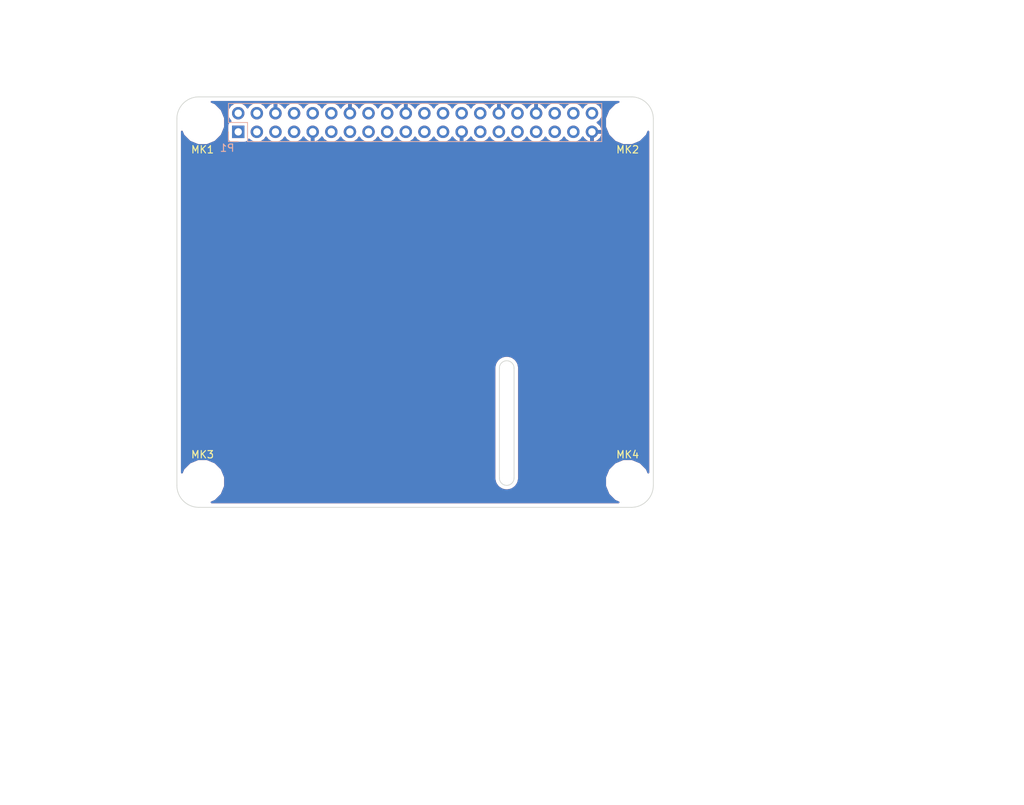
<source format=kicad_pcb>
(kicad_pcb (version 20171130) (host pcbnew "(5.0.0-rc3-dev-2-g101b68b61)")

  (general
    (thickness 1.6)
    (drawings 32)
    (tracks 0)
    (zones 0)
    (modules 5)
    (nets 32)
  )

  (page A3)
  (title_block
    (date "15 nov 2012")
  )

  (layers
    (0 F.Cu signal)
    (31 B.Cu signal)
    (33 F.Adhes user)
    (37 F.SilkS user)
    (39 F.Mask user)
    (40 Dwgs.User user)
    (41 Cmts.User user)
    (42 Eco1.User user)
    (43 Eco2.User user)
    (44 Edge.Cuts user)
    (45 Margin user)
    (46 B.CrtYd user)
    (47 F.CrtYd user)
    (49 F.Fab user)
  )

  (setup
    (last_trace_width 0.2)
    (trace_clearance 0.2)
    (zone_clearance 0.508)
    (zone_45_only no)
    (trace_min 0.1524)
    (segment_width 0.1)
    (edge_width 0.1)
    (via_size 0.9)
    (via_drill 0.6)
    (via_min_size 0.8)
    (via_min_drill 0.5)
    (uvia_size 0.5)
    (uvia_drill 0.1)
    (uvias_allowed no)
    (uvia_min_size 0.5)
    (uvia_min_drill 0.1)
    (pcb_text_width 0.3)
    (pcb_text_size 1 1)
    (mod_edge_width 0.15)
    (mod_text_size 1 1)
    (mod_text_width 0.15)
    (pad_size 2.7 2.7)
    (pad_drill 2.7)
    (pad_to_mask_clearance 0)
    (aux_axis_origin 200 150)
    (grid_origin 200 150)
    (visible_elements 7FFFFFFF)
    (pcbplotparams
      (layerselection 0x00030_80000001)
      (usegerberextensions true)
      (usegerberattributes false)
      (usegerberadvancedattributes false)
      (creategerberjobfile false)
      (excludeedgelayer true)
      (linewidth 0.150000)
      (plotframeref false)
      (viasonmask false)
      (mode 1)
      (useauxorigin false)
      (hpglpennumber 1)
      (hpglpenspeed 20)
      (hpglpendiameter 15.000000)
      (psnegative false)
      (psa4output false)
      (plotreference true)
      (plotvalue true)
      (plotinvisibletext false)
      (padsonsilk false)
      (subtractmaskfromsilk false)
      (outputformat 1)
      (mirror false)
      (drillshape 1)
      (scaleselection 1)
      (outputdirectory ""))
  )

  (net 0 "")
  (net 1 +3V3)
  (net 2 +5V)
  (net 3 GND)
  (net 4 /ID_SD)
  (net 5 /ID_SC)
  (net 6 /GPIO5)
  (net 7 /GPIO6)
  (net 8 /GPIO26)
  (net 9 "/GPIO2(SDA1)")
  (net 10 "/GPIO3(SCL1)")
  (net 11 "/GPIO4(GCLK)")
  (net 12 "/GPIO14(TXD0)")
  (net 13 "/GPIO15(RXD0)")
  (net 14 "/GPIO17(GEN0)")
  (net 15 "/GPIO27(GEN2)")
  (net 16 "/GPIO22(GEN3)")
  (net 17 "/GPIO23(GEN4)")
  (net 18 "/GPIO24(GEN5)")
  (net 19 "/GPIO25(GEN6)")
  (net 20 "/GPIO18(GEN1)(PWM0)")
  (net 21 "/GPIO10(SPI0_MOSI)")
  (net 22 "/GPIO9(SPI0_MISO)")
  (net 23 "/GPIO11(SPI0_SCK)")
  (net 24 "/GPIO8(SPI0_CE_N)")
  (net 25 "/GPIO7(SPI1_CE_N)")
  (net 26 "/GPIO12(PWM0)")
  (net 27 "/GPIO13(PWM1)")
  (net 28 "/GPIO19(SPI1_MISO)")
  (net 29 /GPIO16)
  (net 30 "/GPIO20(SPI1_MOSI)")
  (net 31 "/GPIO21(SPI1_SCK)")

  (net_class Default "This is the default net class."
    (clearance 0.2)
    (trace_width 0.2)
    (via_dia 0.9)
    (via_drill 0.6)
    (uvia_dia 0.5)
    (uvia_drill 0.1)
    (add_net +3V3)
    (add_net +5V)
    (add_net "/GPIO10(SPI0_MOSI)")
    (add_net "/GPIO11(SPI0_SCK)")
    (add_net "/GPIO12(PWM0)")
    (add_net "/GPIO13(PWM1)")
    (add_net "/GPIO14(TXD0)")
    (add_net "/GPIO15(RXD0)")
    (add_net /GPIO16)
    (add_net "/GPIO17(GEN0)")
    (add_net "/GPIO18(GEN1)(PWM0)")
    (add_net "/GPIO19(SPI1_MISO)")
    (add_net "/GPIO2(SDA1)")
    (add_net "/GPIO20(SPI1_MOSI)")
    (add_net "/GPIO21(SPI1_SCK)")
    (add_net "/GPIO22(GEN3)")
    (add_net "/GPIO23(GEN4)")
    (add_net "/GPIO24(GEN5)")
    (add_net "/GPIO25(GEN6)")
    (add_net /GPIO26)
    (add_net "/GPIO27(GEN2)")
    (add_net "/GPIO3(SCL1)")
    (add_net "/GPIO4(GCLK)")
    (add_net /GPIO5)
    (add_net /GPIO6)
    (add_net "/GPIO7(SPI1_CE_N)")
    (add_net "/GPIO8(SPI0_CE_N)")
    (add_net "/GPIO9(SPI0_MISO)")
    (add_net /ID_SC)
    (add_net /ID_SD)
    (add_net GND)
  )

  (net_class Power ""
    (clearance 0.2)
    (trace_width 0.5)
    (via_dia 1)
    (via_drill 0.7)
    (uvia_dia 0.5)
    (uvia_drill 0.1)
  )

  (module Connector_PinSocket_2.54mm:PinSocket_2x20_P2.54mm_Vertical (layer B.Cu) (tedit 5A19A433) (tstamp 5A793E9F)
    (at 208.37 98.77 270)
    (descr "Through hole straight socket strip, 2x20, 2.54mm pitch, double cols (from Kicad 4.0.7), script generated")
    (tags "Through hole socket strip THT 2x20 2.54mm double row")
    (path /59AD464A)
    (fp_text reference P1 (at 2.208 1.512) (layer B.SilkS)
      (effects (font (size 1 1) (thickness 0.15)) (justify mirror))
    )
    (fp_text value Conn_02x20_Odd_Even (at -1.27 -51.03 270) (layer B.Fab)
      (effects (font (size 1 1) (thickness 0.15)) (justify mirror))
    )
    (fp_line (start -3.81 1.27) (end 0.27 1.27) (layer B.Fab) (width 0.1))
    (fp_line (start 0.27 1.27) (end 1.27 0.27) (layer B.Fab) (width 0.1))
    (fp_line (start 1.27 0.27) (end 1.27 -49.53) (layer B.Fab) (width 0.1))
    (fp_line (start 1.27 -49.53) (end -3.81 -49.53) (layer B.Fab) (width 0.1))
    (fp_line (start -3.81 -49.53) (end -3.81 1.27) (layer B.Fab) (width 0.1))
    (fp_line (start -3.87 1.33) (end -1.27 1.33) (layer B.SilkS) (width 0.12))
    (fp_line (start -3.87 1.33) (end -3.87 -49.59) (layer B.SilkS) (width 0.12))
    (fp_line (start -3.87 -49.59) (end 1.33 -49.59) (layer B.SilkS) (width 0.12))
    (fp_line (start 1.33 -1.27) (end 1.33 -49.59) (layer B.SilkS) (width 0.12))
    (fp_line (start -1.27 -1.27) (end 1.33 -1.27) (layer B.SilkS) (width 0.12))
    (fp_line (start -1.27 1.33) (end -1.27 -1.27) (layer B.SilkS) (width 0.12))
    (fp_line (start 1.33 1.33) (end 1.33 0) (layer B.SilkS) (width 0.12))
    (fp_line (start 0 1.33) (end 1.33 1.33) (layer B.SilkS) (width 0.12))
    (fp_line (start -4.34 1.8) (end 1.76 1.8) (layer B.CrtYd) (width 0.05))
    (fp_line (start 1.76 1.8) (end 1.76 -50) (layer B.CrtYd) (width 0.05))
    (fp_line (start 1.76 -50) (end -4.34 -50) (layer B.CrtYd) (width 0.05))
    (fp_line (start -4.34 -50) (end -4.34 1.8) (layer B.CrtYd) (width 0.05))
    (fp_text user %R (at -1.27 -24.13 180) (layer B.Fab)
      (effects (font (size 1 1) (thickness 0.15)) (justify mirror))
    )
    (pad 1 thru_hole rect (at 0 0 270) (size 1.7 1.7) (drill 1) (layers *.Cu *.Mask)
      (net 1 +3V3))
    (pad 2 thru_hole oval (at -2.54 0 270) (size 1.7 1.7) (drill 1) (layers *.Cu *.Mask)
      (net 2 +5V))
    (pad 3 thru_hole oval (at 0 -2.54 270) (size 1.7 1.7) (drill 1) (layers *.Cu *.Mask)
      (net 9 "/GPIO2(SDA1)"))
    (pad 4 thru_hole oval (at -2.54 -2.54 270) (size 1.7 1.7) (drill 1) (layers *.Cu *.Mask)
      (net 2 +5V))
    (pad 5 thru_hole oval (at 0 -5.08 270) (size 1.7 1.7) (drill 1) (layers *.Cu *.Mask)
      (net 10 "/GPIO3(SCL1)"))
    (pad 6 thru_hole oval (at -2.54 -5.08 270) (size 1.7 1.7) (drill 1) (layers *.Cu *.Mask)
      (net 3 GND))
    (pad 7 thru_hole oval (at 0 -7.62 270) (size 1.7 1.7) (drill 1) (layers *.Cu *.Mask)
      (net 11 "/GPIO4(GCLK)"))
    (pad 8 thru_hole oval (at -2.54 -7.62 270) (size 1.7 1.7) (drill 1) (layers *.Cu *.Mask)
      (net 12 "/GPIO14(TXD0)"))
    (pad 9 thru_hole oval (at 0 -10.16 270) (size 1.7 1.7) (drill 1) (layers *.Cu *.Mask)
      (net 3 GND))
    (pad 10 thru_hole oval (at -2.54 -10.16 270) (size 1.7 1.7) (drill 1) (layers *.Cu *.Mask)
      (net 13 "/GPIO15(RXD0)"))
    (pad 11 thru_hole oval (at 0 -12.7 270) (size 1.7 1.7) (drill 1) (layers *.Cu *.Mask)
      (net 14 "/GPIO17(GEN0)"))
    (pad 12 thru_hole oval (at -2.54 -12.7 270) (size 1.7 1.7) (drill 1) (layers *.Cu *.Mask)
      (net 20 "/GPIO18(GEN1)(PWM0)"))
    (pad 13 thru_hole oval (at 0 -15.24 270) (size 1.7 1.7) (drill 1) (layers *.Cu *.Mask)
      (net 15 "/GPIO27(GEN2)"))
    (pad 14 thru_hole oval (at -2.54 -15.24 270) (size 1.7 1.7) (drill 1) (layers *.Cu *.Mask)
      (net 3 GND))
    (pad 15 thru_hole oval (at 0 -17.78 270) (size 1.7 1.7) (drill 1) (layers *.Cu *.Mask)
      (net 16 "/GPIO22(GEN3)"))
    (pad 16 thru_hole oval (at -2.54 -17.78 270) (size 1.7 1.7) (drill 1) (layers *.Cu *.Mask)
      (net 17 "/GPIO23(GEN4)"))
    (pad 17 thru_hole oval (at 0 -20.32 270) (size 1.7 1.7) (drill 1) (layers *.Cu *.Mask)
      (net 1 +3V3))
    (pad 18 thru_hole oval (at -2.54 -20.32 270) (size 1.7 1.7) (drill 1) (layers *.Cu *.Mask)
      (net 18 "/GPIO24(GEN5)"))
    (pad 19 thru_hole oval (at 0 -22.86 270) (size 1.7 1.7) (drill 1) (layers *.Cu *.Mask)
      (net 21 "/GPIO10(SPI0_MOSI)"))
    (pad 20 thru_hole oval (at -2.54 -22.86 270) (size 1.7 1.7) (drill 1) (layers *.Cu *.Mask)
      (net 3 GND))
    (pad 21 thru_hole oval (at 0 -25.4 270) (size 1.7 1.7) (drill 1) (layers *.Cu *.Mask)
      (net 22 "/GPIO9(SPI0_MISO)"))
    (pad 22 thru_hole oval (at -2.54 -25.4 270) (size 1.7 1.7) (drill 1) (layers *.Cu *.Mask)
      (net 19 "/GPIO25(GEN6)"))
    (pad 23 thru_hole oval (at 0 -27.94 270) (size 1.7 1.7) (drill 1) (layers *.Cu *.Mask)
      (net 23 "/GPIO11(SPI0_SCK)"))
    (pad 24 thru_hole oval (at -2.54 -27.94 270) (size 1.7 1.7) (drill 1) (layers *.Cu *.Mask)
      (net 24 "/GPIO8(SPI0_CE_N)"))
    (pad 25 thru_hole oval (at 0 -30.48 270) (size 1.7 1.7) (drill 1) (layers *.Cu *.Mask)
      (net 3 GND))
    (pad 26 thru_hole oval (at -2.54 -30.48 270) (size 1.7 1.7) (drill 1) (layers *.Cu *.Mask)
      (net 25 "/GPIO7(SPI1_CE_N)"))
    (pad 27 thru_hole oval (at 0 -33.02 270) (size 1.7 1.7) (drill 1) (layers *.Cu *.Mask)
      (net 4 /ID_SD))
    (pad 28 thru_hole oval (at -2.54 -33.02 270) (size 1.7 1.7) (drill 1) (layers *.Cu *.Mask)
      (net 5 /ID_SC))
    (pad 29 thru_hole oval (at 0 -35.56 270) (size 1.7 1.7) (drill 1) (layers *.Cu *.Mask)
      (net 6 /GPIO5))
    (pad 30 thru_hole oval (at -2.54 -35.56 270) (size 1.7 1.7) (drill 1) (layers *.Cu *.Mask)
      (net 3 GND))
    (pad 31 thru_hole oval (at 0 -38.1 270) (size 1.7 1.7) (drill 1) (layers *.Cu *.Mask)
      (net 7 /GPIO6))
    (pad 32 thru_hole oval (at -2.54 -38.1 270) (size 1.7 1.7) (drill 1) (layers *.Cu *.Mask)
      (net 26 "/GPIO12(PWM0)"))
    (pad 33 thru_hole oval (at 0 -40.64 270) (size 1.7 1.7) (drill 1) (layers *.Cu *.Mask)
      (net 27 "/GPIO13(PWM1)"))
    (pad 34 thru_hole oval (at -2.54 -40.64 270) (size 1.7 1.7) (drill 1) (layers *.Cu *.Mask)
      (net 3 GND))
    (pad 35 thru_hole oval (at 0 -43.18 270) (size 1.7 1.7) (drill 1) (layers *.Cu *.Mask)
      (net 28 "/GPIO19(SPI1_MISO)"))
    (pad 36 thru_hole oval (at -2.54 -43.18 270) (size 1.7 1.7) (drill 1) (layers *.Cu *.Mask)
      (net 29 /GPIO16))
    (pad 37 thru_hole oval (at 0 -45.72 270) (size 1.7 1.7) (drill 1) (layers *.Cu *.Mask)
      (net 8 /GPIO26))
    (pad 38 thru_hole oval (at -2.54 -45.72 270) (size 1.7 1.7) (drill 1) (layers *.Cu *.Mask)
      (net 30 "/GPIO20(SPI1_MOSI)"))
    (pad 39 thru_hole oval (at 0 -48.26 270) (size 1.7 1.7) (drill 1) (layers *.Cu *.Mask)
      (net 3 GND))
    (pad 40 thru_hole oval (at -2.54 -48.26 270) (size 1.7 1.7) (drill 1) (layers *.Cu *.Mask)
      (net 31 "/GPIO21(SPI1_SCK)"))
    (model ${KISYS3DMOD}/Connector_PinSocket_2.54mm.3dshapes/PinSocket_2x20_P2.54mm_Vertical.wrl
      (at (xyz 0 0 0))
      (scale (xyz 1 1 1))
      (rotate (xyz 0 0 0))
    )
  )

  (module MountingHole:MountingHole_2.7mm_M2.5 (layer F.Cu) (tedit 5B42B571) (tstamp 5A793E98)
    (at 261.5 146.5)
    (descr "Mounting Hole 2.7mm, no annular, M2.5")
    (tags "mounting hole 2.7mm no annular m2.5")
    (path /5834FC4F)
    (attr virtual)
    (fp_text reference MK4 (at 0 -3.7) (layer F.SilkS)
      (effects (font (size 1 1) (thickness 0.15)))
    )
    (fp_text value M2.5 (at 0 3.7) (layer F.Fab)
      (effects (font (size 1 1) (thickness 0.15)))
    )
    (fp_circle (center 0 0) (end 2.95 0) (layer F.CrtYd) (width 0.05))
    (fp_circle (center 0 0) (end 2.7 0) (layer Cmts.User) (width 0.15))
    (fp_text user %R (at 0.3 0) (layer F.Fab)
      (effects (font (size 1 1) (thickness 0.15)))
    )
    (pad "" np_thru_hole circle (at 0 0) (size 2.7 2.7) (drill 2.7) (layers *.Cu *.Mask)
      (clearance 1.6))
  )

  (module MountingHole:MountingHole_2.7mm_M2.5 (layer F.Cu) (tedit 5B42B569) (tstamp 5A793E91)
    (at 203.5 146.5)
    (descr "Mounting Hole 2.7mm, no annular, M2.5")
    (tags "mounting hole 2.7mm no annular m2.5")
    (path /5834FBEF)
    (attr virtual)
    (fp_text reference MK3 (at 0 -3.7) (layer F.SilkS)
      (effects (font (size 1 1) (thickness 0.15)))
    )
    (fp_text value M2.5 (at 0 3.7) (layer F.Fab)
      (effects (font (size 1 1) (thickness 0.15)))
    )
    (fp_text user %R (at 0.3 0) (layer F.Fab)
      (effects (font (size 1 1) (thickness 0.15)))
    )
    (fp_circle (center 0 0) (end 2.7 0) (layer Cmts.User) (width 0.15))
    (fp_circle (center 0 0) (end 2.95 0) (layer F.CrtYd) (width 0.05))
    (pad "" np_thru_hole circle (at 0 0) (size 2.7 2.7) (drill 2.7) (layers *.Cu *.Mask)
      (clearance 1.6))
  )

  (module MountingHole:MountingHole_2.7mm_M2.5 (layer F.Cu) (tedit 5B42B560) (tstamp 5A793E8A)
    (at 261.5 97.5 180)
    (descr "Mounting Hole 2.7mm, no annular, M2.5")
    (tags "mounting hole 2.7mm no annular m2.5")
    (path /5834FC19)
    (attr virtual)
    (fp_text reference MK2 (at 0 -3.7 180) (layer F.SilkS)
      (effects (font (size 1 1) (thickness 0.15)))
    )
    (fp_text value M2.5 (at 0 3.7 180) (layer F.Fab)
      (effects (font (size 1 1) (thickness 0.15)))
    )
    (fp_circle (center 0 0) (end 2.95 0) (layer F.CrtYd) (width 0.05))
    (fp_circle (center 0 0) (end 2.7 0) (layer Cmts.User) (width 0.15))
    (fp_text user %R (at 0.3 0 180) (layer F.Fab)
      (effects (font (size 1 1) (thickness 0.15)))
    )
    (pad "" np_thru_hole circle (at 0 0 180) (size 2.7 2.7) (drill 2.7) (layers *.Cu *.Mask)
      (clearance 1.6))
  )

  (module MountingHole:MountingHole_2.7mm_M2.5 (layer F.Cu) (tedit 5B42B552) (tstamp 5A793E83)
    (at 203.5 97.5 180)
    (descr "Mounting Hole 2.7mm, no annular, M2.5")
    (tags "mounting hole 2.7mm no annular m2.5")
    (path /5834FB2E)
    (attr virtual)
    (fp_text reference MK1 (at 0 -3.7 180) (layer F.SilkS)
      (effects (font (size 1 1) (thickness 0.15)))
    )
    (fp_text value M2.5 (at 0 3.7 180) (layer F.Fab)
      (effects (font (size 1 1) (thickness 0.15)))
    )
    (fp_text user %R (at 0.3 0 180) (layer F.Fab)
      (effects (font (size 1 1) (thickness 0.15)))
    )
    (fp_circle (center 0 0) (end 2.7 0) (layer Cmts.User) (width 0.15))
    (fp_circle (center 0 0) (end 2.95 0) (layer F.CrtYd) (width 0.05))
    (pad "" np_thru_hole circle (at 0 0 180) (size 2.7 2.7) (drill 2.7) (layers *.Cu *.Mask)
      (clearance 1.6))
  )

  (gr_line (start 244 146) (end 244 131) (layer Edge.Cuts) (width 0.1))
  (gr_line (start 246 131) (end 246 146) (layer Edge.Cuts) (width 0.1))
  (gr_arc (start 245 131) (end 244 131) (angle 180) (layer Edge.Cuts) (width 0.1))
  (gr_arc (start 245 146) (end 246 146) (angle 180) (layer Edge.Cuts) (width 0.1))
  (gr_line (start 200 113) (end 200 131) (layer Dwgs.User) (width 0.1))
  (gr_line (start 200 97) (end 200 130.95) (layer Edge.Cuts) (width 0.1))
  (gr_text DISPLAY (at 202.5 122 90) (layer Dwgs.User) (tstamp 580CBBFF)
    (effects (font (size 1 1) (thickness 0.15)))
  )
  (gr_text CAMERA (at 245 139 90) (layer Dwgs.User)
    (effects (font (size 1 1) (thickness 0.15)))
  )
  (gr_text RJ45 (at 276.2 139.84) (layer Dwgs.User) (tstamp 580CBBEB)
    (effects (font (size 2 2) (thickness 0.15)))
  )
  (gr_text USB (at 277.724 121.552) (layer Dwgs.User) (tstamp 580CBBE9)
    (effects (font (size 2 2) (thickness 0.15)))
  )
  (gr_text USB (at 278.232 102.248) (layer Dwgs.User)
    (effects (font (size 2 2) (thickness 0.15)))
  )
  (gr_arc (start 262 97) (end 262 94) (angle 90) (layer Edge.Cuts) (width 0.1))
  (gr_arc (start 262 147) (end 265 147) (angle 90) (layer Edge.Cuts) (width 0.1))
  (gr_arc (start 203 147) (end 203 150) (angle 90) (layer Edge.Cuts) (width 0.1))
  (gr_arc (start 203 97) (end 200 97) (angle 90) (layer Edge.Cuts) (width 0.1))
  (gr_line (start 269.9 114.45) (end 287 114.45) (layer Dwgs.User) (width 0.1))
  (gr_line (start 262 94) (end 203 94) (layer Edge.Cuts) (width 0.1))
  (gr_line (start 269.9 127.55) (end 269.9 114.45) (layer Dwgs.User) (width 0.1))
  (gr_line (start 287 127.55) (end 269.9 127.55) (layer Dwgs.User) (width 0.1))
  (gr_line (start 287 114.45) (end 287 127.55) (layer Dwgs.User) (width 0.1))
  (gr_line (start 266 147.675) (end 266 131.825) (layer Dwgs.User) (width 0.1))
  (gr_line (start 287 147.675) (end 266 147.675) (layer Dwgs.User) (width 0.1))
  (gr_line (start 287 131.825) (end 287 147.675) (layer Dwgs.User) (width 0.1))
  (gr_line (start 266 131.825) (end 287 131.825) (layer Dwgs.User) (width 0.1))
  (gr_line (start 265 147) (end 265 97) (layer Edge.Cuts) (width 0.1))
  (gr_line (start 203 150) (end 262 150) (layer Edge.Cuts) (width 0.1))
  (gr_line (start 200 131) (end 200 147) (layer Edge.Cuts) (width 0.1))
  (gr_line (start 269.9 109.455925) (end 269.9 96.355925) (layer Dwgs.User) (width 0.1))
  (gr_line (start 287 109.455925) (end 269.9 109.455925) (layer Dwgs.User) (width 0.1))
  (gr_line (start 287 96.355925) (end 287 109.455925) (layer Dwgs.User) (width 0.1))
  (gr_line (start 269.9 96.355925) (end 287 96.355925) (layer Dwgs.User) (width 0.1))
  (gr_text "RASPBERRY-PI 40-PIN ADDON BOARD\nVIEW FROM TOP\nNOTE: P1 SHOULD BE FITTED ON THE REVERSE OF THE BOARD\n\nADD EDGE CUTS FROM CAMERA AND DISPLAY PORTS AS REQUIRED" (at 200 160.16) (layer Dwgs.User)
    (effects (font (size 2 1.7) (thickness 0.12)) (justify left))
  )

  (zone (net 3) (net_name GND) (layer F.Cu) (tstamp 0) (hatch edge 0.508)
    (connect_pads (clearance 0.508))
    (min_thickness 0.254)
    (fill yes (arc_segments 16) (thermal_gap 0.508) (thermal_bridge_width 0.508))
    (polygon
      (pts
        (xy 190.475 85.865) (xy 293.98 87.77) (xy 297.79 182.385) (xy 186.03 178.575)
      )
    )
    (filled_polygon
      (pts
        (xy 259.75702 94.891445) (xy 258.891445 95.75702) (xy 258.423 96.887947) (xy 258.423 98.112053) (xy 258.891445 99.24298)
        (xy 259.75702 100.108555) (xy 260.887947 100.577) (xy 262.112053 100.577) (xy 263.24298 100.108555) (xy 264.108555 99.24298)
        (xy 264.315001 98.744575) (xy 264.315 145.255423) (xy 264.108555 144.75702) (xy 263.24298 143.891445) (xy 262.112053 143.423)
        (xy 260.887947 143.423) (xy 259.75702 143.891445) (xy 258.891445 144.75702) (xy 258.423 145.887947) (xy 258.423 147.112053)
        (xy 258.891445 148.24298) (xy 259.75702 149.108555) (xy 260.255423 149.315) (xy 204.744577 149.315) (xy 205.24298 149.108555)
        (xy 206.108555 148.24298) (xy 206.577 147.112053) (xy 206.577 146.067461) (xy 243.315 146.067461) (xy 243.328162 146.133631)
        (xy 243.328162 146.133636) (xy 243.404282 146.516319) (xy 243.455534 146.640052) (xy 243.506563 146.763248) (xy 243.723336 147.087672)
        (xy 243.912328 147.276664) (xy 244.236751 147.493437) (xy 244.290876 147.515856) (xy 244.483681 147.595718) (xy 244.866364 147.671838)
        (xy 245.133636 147.671838) (xy 245.516319 147.595718) (xy 245.763248 147.493437) (xy 245.763249 147.493436) (xy 246.087672 147.276664)
        (xy 246.276664 147.087672) (xy 246.493437 146.763249) (xy 246.550942 146.624419) (xy 246.595718 146.516319) (xy 246.671838 146.133636)
        (xy 246.671838 146.133632) (xy 246.685 146.067462) (xy 246.685 130.932538) (xy 246.671838 130.866368) (xy 246.671838 130.866364)
        (xy 246.595718 130.483681) (xy 246.493437 130.236752) (xy 246.493437 130.236751) (xy 246.276664 129.912328) (xy 246.087672 129.723336)
        (xy 245.763248 129.506563) (xy 245.516319 129.404282) (xy 245.133636 129.328162) (xy 244.866364 129.328162) (xy 244.483681 129.404282)
        (xy 244.339032 129.464197) (xy 244.236751 129.506563) (xy 243.912328 129.723336) (xy 243.723336 129.912328) (xy 243.506564 130.236751)
        (xy 243.506563 130.236752) (xy 243.404282 130.483681) (xy 243.328162 130.866364) (xy 243.328162 130.866373) (xy 243.315001 130.932538)
        (xy 243.315 146.067461) (xy 206.577 146.067461) (xy 206.577 145.887947) (xy 206.108555 144.75702) (xy 205.24298 143.891445)
        (xy 204.112053 143.423) (xy 202.887947 143.423) (xy 201.75702 143.891445) (xy 200.891445 144.75702) (xy 200.685 145.255423)
        (xy 200.685 98.744577) (xy 200.891445 99.24298) (xy 201.75702 100.108555) (xy 202.887947 100.577) (xy 204.112053 100.577)
        (xy 205.24298 100.108555) (xy 206.108555 99.24298) (xy 206.577 98.112053) (xy 206.577 96.887947) (xy 206.30447 96.23)
        (xy 206.855908 96.23) (xy 206.971161 96.809418) (xy 207.299375 97.300625) (xy 207.317619 97.312816) (xy 207.272235 97.321843)
        (xy 207.062191 97.462191) (xy 206.921843 97.672235) (xy 206.87256 97.92) (xy 206.87256 99.62) (xy 206.921843 99.867765)
        (xy 207.062191 100.077809) (xy 207.272235 100.218157) (xy 207.52 100.26744) (xy 209.22 100.26744) (xy 209.467765 100.218157)
        (xy 209.677809 100.077809) (xy 209.818157 99.867765) (xy 209.827184 99.822381) (xy 209.839375 99.840625) (xy 210.330582 100.168839)
        (xy 210.763744 100.255) (xy 211.056256 100.255) (xy 211.489418 100.168839) (xy 211.980625 99.840625) (xy 212.18 99.542239)
        (xy 212.379375 99.840625) (xy 212.870582 100.168839) (xy 213.303744 100.255) (xy 213.596256 100.255) (xy 214.029418 100.168839)
        (xy 214.520625 99.840625) (xy 214.72 99.542239) (xy 214.919375 99.840625) (xy 215.410582 100.168839) (xy 215.843744 100.255)
        (xy 216.136256 100.255) (xy 216.569418 100.168839) (xy 217.060625 99.840625) (xy 217.273843 99.521522) (xy 217.334817 99.651358)
        (xy 217.763076 100.041645) (xy 218.17311 100.211476) (xy 218.403 100.090155) (xy 218.403 98.897) (xy 218.383 98.897)
        (xy 218.383 98.643) (xy 218.403 98.643) (xy 218.403 98.623) (xy 218.657 98.623) (xy 218.657 98.643)
        (xy 218.677 98.643) (xy 218.677 98.897) (xy 218.657 98.897) (xy 218.657 100.090155) (xy 218.88689 100.211476)
        (xy 219.296924 100.041645) (xy 219.725183 99.651358) (xy 219.786157 99.521522) (xy 219.999375 99.840625) (xy 220.490582 100.168839)
        (xy 220.923744 100.255) (xy 221.216256 100.255) (xy 221.649418 100.168839) (xy 222.140625 99.840625) (xy 222.34 99.542239)
        (xy 222.539375 99.840625) (xy 223.030582 100.168839) (xy 223.463744 100.255) (xy 223.756256 100.255) (xy 224.189418 100.168839)
        (xy 224.680625 99.840625) (xy 224.88 99.542239) (xy 225.079375 99.840625) (xy 225.570582 100.168839) (xy 226.003744 100.255)
        (xy 226.296256 100.255) (xy 226.729418 100.168839) (xy 227.220625 99.840625) (xy 227.42 99.542239) (xy 227.619375 99.840625)
        (xy 228.110582 100.168839) (xy 228.543744 100.255) (xy 228.836256 100.255) (xy 229.269418 100.168839) (xy 229.760625 99.840625)
        (xy 229.96 99.542239) (xy 230.159375 99.840625) (xy 230.650582 100.168839) (xy 231.083744 100.255) (xy 231.376256 100.255)
        (xy 231.809418 100.168839) (xy 232.300625 99.840625) (xy 232.5 99.542239) (xy 232.699375 99.840625) (xy 233.190582 100.168839)
        (xy 233.623744 100.255) (xy 233.916256 100.255) (xy 234.349418 100.168839) (xy 234.840625 99.840625) (xy 235.04 99.542239)
        (xy 235.239375 99.840625) (xy 235.730582 100.168839) (xy 236.163744 100.255) (xy 236.456256 100.255) (xy 236.889418 100.168839)
        (xy 237.380625 99.840625) (xy 237.593843 99.521522) (xy 237.654817 99.651358) (xy 238.083076 100.041645) (xy 238.49311 100.211476)
        (xy 238.723 100.090155) (xy 238.723 98.897) (xy 238.703 98.897) (xy 238.703 98.643) (xy 238.723 98.643)
        (xy 238.723 98.623) (xy 238.977 98.623) (xy 238.977 98.643) (xy 238.997 98.643) (xy 238.997 98.897)
        (xy 238.977 98.897) (xy 238.977 100.090155) (xy 239.20689 100.211476) (xy 239.616924 100.041645) (xy 240.045183 99.651358)
        (xy 240.106157 99.521522) (xy 240.319375 99.840625) (xy 240.810582 100.168839) (xy 241.243744 100.255) (xy 241.536256 100.255)
        (xy 241.969418 100.168839) (xy 242.460625 99.840625) (xy 242.66 99.542239) (xy 242.859375 99.840625) (xy 243.350582 100.168839)
        (xy 243.783744 100.255) (xy 244.076256 100.255) (xy 244.509418 100.168839) (xy 245.000625 99.840625) (xy 245.2 99.542239)
        (xy 245.399375 99.840625) (xy 245.890582 100.168839) (xy 246.323744 100.255) (xy 246.616256 100.255) (xy 247.049418 100.168839)
        (xy 247.540625 99.840625) (xy 247.74 99.542239) (xy 247.939375 99.840625) (xy 248.430582 100.168839) (xy 248.863744 100.255)
        (xy 249.156256 100.255) (xy 249.589418 100.168839) (xy 250.080625 99.840625) (xy 250.28 99.542239) (xy 250.479375 99.840625)
        (xy 250.970582 100.168839) (xy 251.403744 100.255) (xy 251.696256 100.255) (xy 252.129418 100.168839) (xy 252.620625 99.840625)
        (xy 252.82 99.542239) (xy 253.019375 99.840625) (xy 253.510582 100.168839) (xy 253.943744 100.255) (xy 254.236256 100.255)
        (xy 254.669418 100.168839) (xy 255.160625 99.840625) (xy 255.373843 99.521522) (xy 255.434817 99.651358) (xy 255.863076 100.041645)
        (xy 256.27311 100.211476) (xy 256.503 100.090155) (xy 256.503 98.897) (xy 256.757 98.897) (xy 256.757 100.090155)
        (xy 256.98689 100.211476) (xy 257.396924 100.041645) (xy 257.825183 99.651358) (xy 258.071486 99.126892) (xy 257.950819 98.897)
        (xy 256.757 98.897) (xy 256.503 98.897) (xy 256.483 98.897) (xy 256.483 98.643) (xy 256.503 98.643)
        (xy 256.503 98.623) (xy 256.757 98.623) (xy 256.757 98.643) (xy 257.950819 98.643) (xy 258.071486 98.413108)
        (xy 257.825183 97.888642) (xy 257.400214 97.501353) (xy 257.700625 97.300625) (xy 258.028839 96.809418) (xy 258.144092 96.23)
        (xy 258.028839 95.650582) (xy 257.700625 95.159375) (xy 257.209418 94.831161) (xy 256.776256 94.745) (xy 256.483744 94.745)
        (xy 256.050582 94.831161) (xy 255.559375 95.159375) (xy 255.36 95.457761) (xy 255.160625 95.159375) (xy 254.669418 94.831161)
        (xy 254.236256 94.745) (xy 253.943744 94.745) (xy 253.510582 94.831161) (xy 253.019375 95.159375) (xy 252.82 95.457761)
        (xy 252.620625 95.159375) (xy 252.129418 94.831161) (xy 251.696256 94.745) (xy 251.403744 94.745) (xy 250.970582 94.831161)
        (xy 250.479375 95.159375) (xy 250.266157 95.478478) (xy 250.205183 95.348642) (xy 249.776924 94.958355) (xy 249.36689 94.788524)
        (xy 249.137 94.909845) (xy 249.137 96.103) (xy 249.157 96.103) (xy 249.157 96.357) (xy 249.137 96.357)
        (xy 249.137 96.377) (xy 248.883 96.377) (xy 248.883 96.357) (xy 248.863 96.357) (xy 248.863 96.103)
        (xy 248.883 96.103) (xy 248.883 94.909845) (xy 248.65311 94.788524) (xy 248.243076 94.958355) (xy 247.814817 95.348642)
        (xy 247.753843 95.478478) (xy 247.540625 95.159375) (xy 247.049418 94.831161) (xy 246.616256 94.745) (xy 246.323744 94.745)
        (xy 245.890582 94.831161) (xy 245.399375 95.159375) (xy 245.186157 95.478478) (xy 245.125183 95.348642) (xy 244.696924 94.958355)
        (xy 244.28689 94.788524) (xy 244.057 94.909845) (xy 244.057 96.103) (xy 244.077 96.103) (xy 244.077 96.357)
        (xy 244.057 96.357) (xy 244.057 96.377) (xy 243.803 96.377) (xy 243.803 96.357) (xy 243.783 96.357)
        (xy 243.783 96.103) (xy 243.803 96.103) (xy 243.803 94.909845) (xy 243.57311 94.788524) (xy 243.163076 94.958355)
        (xy 242.734817 95.348642) (xy 242.673843 95.478478) (xy 242.460625 95.159375) (xy 241.969418 94.831161) (xy 241.536256 94.745)
        (xy 241.243744 94.745) (xy 240.810582 94.831161) (xy 240.319375 95.159375) (xy 240.12 95.457761) (xy 239.920625 95.159375)
        (xy 239.429418 94.831161) (xy 238.996256 94.745) (xy 238.703744 94.745) (xy 238.270582 94.831161) (xy 237.779375 95.159375)
        (xy 237.58 95.457761) (xy 237.380625 95.159375) (xy 236.889418 94.831161) (xy 236.456256 94.745) (xy 236.163744 94.745)
        (xy 235.730582 94.831161) (xy 235.239375 95.159375) (xy 235.04 95.457761) (xy 234.840625 95.159375) (xy 234.349418 94.831161)
        (xy 233.916256 94.745) (xy 233.623744 94.745) (xy 233.190582 94.831161) (xy 232.699375 95.159375) (xy 232.486157 95.478478)
        (xy 232.425183 95.348642) (xy 231.996924 94.958355) (xy 231.58689 94.788524) (xy 231.357 94.909845) (xy 231.357 96.103)
        (xy 231.377 96.103) (xy 231.377 96.357) (xy 231.357 96.357) (xy 231.357 96.377) (xy 231.103 96.377)
        (xy 231.103 96.357) (xy 231.083 96.357) (xy 231.083 96.103) (xy 231.103 96.103) (xy 231.103 94.909845)
        (xy 230.87311 94.788524) (xy 230.463076 94.958355) (xy 230.034817 95.348642) (xy 229.973843 95.478478) (xy 229.760625 95.159375)
        (xy 229.269418 94.831161) (xy 228.836256 94.745) (xy 228.543744 94.745) (xy 228.110582 94.831161) (xy 227.619375 95.159375)
        (xy 227.42 95.457761) (xy 227.220625 95.159375) (xy 226.729418 94.831161) (xy 226.296256 94.745) (xy 226.003744 94.745)
        (xy 225.570582 94.831161) (xy 225.079375 95.159375) (xy 224.866157 95.478478) (xy 224.805183 95.348642) (xy 224.376924 94.958355)
        (xy 223.96689 94.788524) (xy 223.737 94.909845) (xy 223.737 96.103) (xy 223.757 96.103) (xy 223.757 96.357)
        (xy 223.737 96.357) (xy 223.737 96.377) (xy 223.483 96.377) (xy 223.483 96.357) (xy 223.463 96.357)
        (xy 223.463 96.103) (xy 223.483 96.103) (xy 223.483 94.909845) (xy 223.25311 94.788524) (xy 222.843076 94.958355)
        (xy 222.414817 95.348642) (xy 222.353843 95.478478) (xy 222.140625 95.159375) (xy 221.649418 94.831161) (xy 221.216256 94.745)
        (xy 220.923744 94.745) (xy 220.490582 94.831161) (xy 219.999375 95.159375) (xy 219.8 95.457761) (xy 219.600625 95.159375)
        (xy 219.109418 94.831161) (xy 218.676256 94.745) (xy 218.383744 94.745) (xy 217.950582 94.831161) (xy 217.459375 95.159375)
        (xy 217.26 95.457761) (xy 217.060625 95.159375) (xy 216.569418 94.831161) (xy 216.136256 94.745) (xy 215.843744 94.745)
        (xy 215.410582 94.831161) (xy 214.919375 95.159375) (xy 214.706157 95.478478) (xy 214.645183 95.348642) (xy 214.216924 94.958355)
        (xy 213.80689 94.788524) (xy 213.577 94.909845) (xy 213.577 96.103) (xy 213.597 96.103) (xy 213.597 96.357)
        (xy 213.577 96.357) (xy 213.577 96.377) (xy 213.323 96.377) (xy 213.323 96.357) (xy 213.303 96.357)
        (xy 213.303 96.103) (xy 213.323 96.103) (xy 213.323 94.909845) (xy 213.09311 94.788524) (xy 212.683076 94.958355)
        (xy 212.254817 95.348642) (xy 212.193843 95.478478) (xy 211.980625 95.159375) (xy 211.489418 94.831161) (xy 211.056256 94.745)
        (xy 210.763744 94.745) (xy 210.330582 94.831161) (xy 209.839375 95.159375) (xy 209.64 95.457761) (xy 209.440625 95.159375)
        (xy 208.949418 94.831161) (xy 208.516256 94.745) (xy 208.223744 94.745) (xy 207.790582 94.831161) (xy 207.299375 95.159375)
        (xy 206.971161 95.650582) (xy 206.855908 96.23) (xy 206.30447 96.23) (xy 206.108555 95.75702) (xy 205.24298 94.891445)
        (xy 204.744577 94.685) (xy 260.255423 94.685)
      )
    )
  )
  (zone (net 3) (net_name GND) (layer B.Cu) (tstamp 0) (hatch edge 0.508)
    (connect_pads (clearance 0.508))
    (min_thickness 0.254)
    (fill yes (arc_segments 16) (thermal_gap 0.508) (thermal_bridge_width 0.508))
    (polygon
      (pts
        (xy 182.22 80.785) (xy 304.775 83.325) (xy 315.57 190.64) (xy 176.505 183.02) (xy 177.14 182.385)
        (xy 175.87 173.495)
      )
    )
    (filled_polygon
      (pts
        (xy 259.75702 94.891445) (xy 258.891445 95.75702) (xy 258.423 96.887947) (xy 258.423 98.112053) (xy 258.891445 99.24298)
        (xy 259.75702 100.108555) (xy 260.887947 100.577) (xy 262.112053 100.577) (xy 263.24298 100.108555) (xy 264.108555 99.24298)
        (xy 264.315001 98.744575) (xy 264.315 145.255423) (xy 264.108555 144.75702) (xy 263.24298 143.891445) (xy 262.112053 143.423)
        (xy 260.887947 143.423) (xy 259.75702 143.891445) (xy 258.891445 144.75702) (xy 258.423 145.887947) (xy 258.423 147.112053)
        (xy 258.891445 148.24298) (xy 259.75702 149.108555) (xy 260.255423 149.315) (xy 204.744577 149.315) (xy 205.24298 149.108555)
        (xy 206.108555 148.24298) (xy 206.577 147.112053) (xy 206.577 146.067461) (xy 243.315 146.067461) (xy 243.328162 146.133631)
        (xy 243.328162 146.133636) (xy 243.404282 146.516319) (xy 243.455534 146.640052) (xy 243.506563 146.763248) (xy 243.723336 147.087672)
        (xy 243.912328 147.276664) (xy 244.236751 147.493437) (xy 244.290876 147.515856) (xy 244.483681 147.595718) (xy 244.866364 147.671838)
        (xy 245.133636 147.671838) (xy 245.516319 147.595718) (xy 245.763248 147.493437) (xy 245.763249 147.493436) (xy 246.087672 147.276664)
        (xy 246.276664 147.087672) (xy 246.493437 146.763249) (xy 246.550942 146.624419) (xy 246.595718 146.516319) (xy 246.671838 146.133636)
        (xy 246.671838 146.133632) (xy 246.685 146.067462) (xy 246.685 130.932538) (xy 246.671838 130.866368) (xy 246.671838 130.866364)
        (xy 246.595718 130.483681) (xy 246.493437 130.236752) (xy 246.493437 130.236751) (xy 246.276664 129.912328) (xy 246.087672 129.723336)
        (xy 245.763248 129.506563) (xy 245.516319 129.404282) (xy 245.133636 129.328162) (xy 244.866364 129.328162) (xy 244.483681 129.404282)
        (xy 244.339032 129.464197) (xy 244.236751 129.506563) (xy 243.912328 129.723336) (xy 243.723336 129.912328) (xy 243.506564 130.236751)
        (xy 243.506563 130.236752) (xy 243.404282 130.483681) (xy 243.328162 130.866364) (xy 243.328162 130.866373) (xy 243.315001 130.932538)
        (xy 243.315 146.067461) (xy 206.577 146.067461) (xy 206.577 145.887947) (xy 206.108555 144.75702) (xy 205.24298 143.891445)
        (xy 204.112053 143.423) (xy 202.887947 143.423) (xy 201.75702 143.891445) (xy 200.891445 144.75702) (xy 200.685 145.255423)
        (xy 200.685 98.744577) (xy 200.891445 99.24298) (xy 201.75702 100.108555) (xy 202.887947 100.577) (xy 204.112053 100.577)
        (xy 205.24298 100.108555) (xy 206.108555 99.24298) (xy 206.577 98.112053) (xy 206.577 96.887947) (xy 206.30447 96.23)
        (xy 206.855908 96.23) (xy 206.971161 96.809418) (xy 207.299375 97.300625) (xy 207.317619 97.312816) (xy 207.272235 97.321843)
        (xy 207.062191 97.462191) (xy 206.921843 97.672235) (xy 206.87256 97.92) (xy 206.87256 99.62) (xy 206.921843 99.867765)
        (xy 207.062191 100.077809) (xy 207.272235 100.218157) (xy 207.52 100.26744) (xy 209.22 100.26744) (xy 209.467765 100.218157)
        (xy 209.677809 100.077809) (xy 209.818157 99.867765) (xy 209.827184 99.822381) (xy 209.839375 99.840625) (xy 210.330582 100.168839)
        (xy 210.763744 100.255) (xy 211.056256 100.255) (xy 211.489418 100.168839) (xy 211.980625 99.840625) (xy 212.18 99.542239)
        (xy 212.379375 99.840625) (xy 212.870582 100.168839) (xy 213.303744 100.255) (xy 213.596256 100.255) (xy 214.029418 100.168839)
        (xy 214.520625 99.840625) (xy 214.72 99.542239) (xy 214.919375 99.840625) (xy 215.410582 100.168839) (xy 215.843744 100.255)
        (xy 216.136256 100.255) (xy 216.569418 100.168839) (xy 217.060625 99.840625) (xy 217.273843 99.521522) (xy 217.334817 99.651358)
        (xy 217.763076 100.041645) (xy 218.17311 100.211476) (xy 218.403 100.090155) (xy 218.403 98.897) (xy 218.383 98.897)
        (xy 218.383 98.643) (xy 218.403 98.643) (xy 218.403 98.623) (xy 218.657 98.623) (xy 218.657 98.643)
        (xy 218.677 98.643) (xy 218.677 98.897) (xy 218.657 98.897) (xy 218.657 100.090155) (xy 218.88689 100.211476)
        (xy 219.296924 100.041645) (xy 219.725183 99.651358) (xy 219.786157 99.521522) (xy 219.999375 99.840625) (xy 220.490582 100.168839)
        (xy 220.923744 100.255) (xy 221.216256 100.255) (xy 221.649418 100.168839) (xy 222.140625 99.840625) (xy 222.34 99.542239)
        (xy 222.539375 99.840625) (xy 223.030582 100.168839) (xy 223.463744 100.255) (xy 223.756256 100.255) (xy 224.189418 100.168839)
        (xy 224.680625 99.840625) (xy 224.88 99.542239) (xy 225.079375 99.840625) (xy 225.570582 100.168839) (xy 226.003744 100.255)
        (xy 226.296256 100.255) (xy 226.729418 100.168839) (xy 227.220625 99.840625) (xy 227.42 99.542239) (xy 227.619375 99.840625)
        (xy 228.110582 100.168839) (xy 228.543744 100.255) (xy 228.836256 100.255) (xy 229.269418 100.168839) (xy 229.760625 99.840625)
        (xy 229.96 99.542239) (xy 230.159375 99.840625) (xy 230.650582 100.168839) (xy 231.083744 100.255) (xy 231.376256 100.255)
        (xy 231.809418 100.168839) (xy 232.300625 99.840625) (xy 232.5 99.542239) (xy 232.699375 99.840625) (xy 233.190582 100.168839)
        (xy 233.623744 100.255) (xy 233.916256 100.255) (xy 234.349418 100.168839) (xy 234.840625 99.840625) (xy 235.04 99.542239)
        (xy 235.239375 99.840625) (xy 235.730582 100.168839) (xy 236.163744 100.255) (xy 236.456256 100.255) (xy 236.889418 100.168839)
        (xy 237.380625 99.840625) (xy 237.593843 99.521522) (xy 237.654817 99.651358) (xy 238.083076 100.041645) (xy 238.49311 100.211476)
        (xy 238.723 100.090155) (xy 238.723 98.897) (xy 238.703 98.897) (xy 238.703 98.643) (xy 238.723 98.643)
        (xy 238.723 98.623) (xy 238.977 98.623) (xy 238.977 98.643) (xy 238.997 98.643) (xy 238.997 98.897)
        (xy 238.977 98.897) (xy 238.977 100.090155) (xy 239.20689 100.211476) (xy 239.616924 100.041645) (xy 240.045183 99.651358)
        (xy 240.106157 99.521522) (xy 240.319375 99.840625) (xy 240.810582 100.168839) (xy 241.243744 100.255) (xy 241.536256 100.255)
        (xy 241.969418 100.168839) (xy 242.460625 99.840625) (xy 242.66 99.542239) (xy 242.859375 99.840625) (xy 243.350582 100.168839)
        (xy 243.783744 100.255) (xy 244.076256 100.255) (xy 244.509418 100.168839) (xy 245.000625 99.840625) (xy 245.2 99.542239)
        (xy 245.399375 99.840625) (xy 245.890582 100.168839) (xy 246.323744 100.255) (xy 246.616256 100.255) (xy 247.049418 100.168839)
        (xy 247.540625 99.840625) (xy 247.74 99.542239) (xy 247.939375 99.840625) (xy 248.430582 100.168839) (xy 248.863744 100.255)
        (xy 249.156256 100.255) (xy 249.589418 100.168839) (xy 250.080625 99.840625) (xy 250.28 99.542239) (xy 250.479375 99.840625)
        (xy 250.970582 100.168839) (xy 251.403744 100.255) (xy 251.696256 100.255) (xy 252.129418 100.168839) (xy 252.620625 99.840625)
        (xy 252.82 99.542239) (xy 253.019375 99.840625) (xy 253.510582 100.168839) (xy 253.943744 100.255) (xy 254.236256 100.255)
        (xy 254.669418 100.168839) (xy 255.160625 99.840625) (xy 255.373843 99.521522) (xy 255.434817 99.651358) (xy 255.863076 100.041645)
        (xy 256.27311 100.211476) (xy 256.503 100.090155) (xy 256.503 98.897) (xy 256.757 98.897) (xy 256.757 100.090155)
        (xy 256.98689 100.211476) (xy 257.396924 100.041645) (xy 257.825183 99.651358) (xy 258.071486 99.126892) (xy 257.950819 98.897)
        (xy 256.757 98.897) (xy 256.503 98.897) (xy 256.483 98.897) (xy 256.483 98.643) (xy 256.503 98.643)
        (xy 256.503 98.623) (xy 256.757 98.623) (xy 256.757 98.643) (xy 257.950819 98.643) (xy 258.071486 98.413108)
        (xy 257.825183 97.888642) (xy 257.400214 97.501353) (xy 257.700625 97.300625) (xy 258.028839 96.809418) (xy 258.144092 96.23)
        (xy 258.028839 95.650582) (xy 257.700625 95.159375) (xy 257.209418 94.831161) (xy 256.776256 94.745) (xy 256.483744 94.745)
        (xy 256.050582 94.831161) (xy 255.559375 95.159375) (xy 255.36 95.457761) (xy 255.160625 95.159375) (xy 254.669418 94.831161)
        (xy 254.236256 94.745) (xy 253.943744 94.745) (xy 253.510582 94.831161) (xy 253.019375 95.159375) (xy 252.82 95.457761)
        (xy 252.620625 95.159375) (xy 252.129418 94.831161) (xy 251.696256 94.745) (xy 251.403744 94.745) (xy 250.970582 94.831161)
        (xy 250.479375 95.159375) (xy 250.266157 95.478478) (xy 250.205183 95.348642) (xy 249.776924 94.958355) (xy 249.36689 94.788524)
        (xy 249.137 94.909845) (xy 249.137 96.103) (xy 249.157 96.103) (xy 249.157 96.357) (xy 249.137 96.357)
        (xy 249.137 96.377) (xy 248.883 96.377) (xy 248.883 96.357) (xy 248.863 96.357) (xy 248.863 96.103)
        (xy 248.883 96.103) (xy 248.883 94.909845) (xy 248.65311 94.788524) (xy 248.243076 94.958355) (xy 247.814817 95.348642)
        (xy 247.753843 95.478478) (xy 247.540625 95.159375) (xy 247.049418 94.831161) (xy 246.616256 94.745) (xy 246.323744 94.745)
        (xy 245.890582 94.831161) (xy 245.399375 95.159375) (xy 245.186157 95.478478) (xy 245.125183 95.348642) (xy 244.696924 94.958355)
        (xy 244.28689 94.788524) (xy 244.057 94.909845) (xy 244.057 96.103) (xy 244.077 96.103) (xy 244.077 96.357)
        (xy 244.057 96.357) (xy 244.057 96.377) (xy 243.803 96.377) (xy 243.803 96.357) (xy 243.783 96.357)
        (xy 243.783 96.103) (xy 243.803 96.103) (xy 243.803 94.909845) (xy 243.57311 94.788524) (xy 243.163076 94.958355)
        (xy 242.734817 95.348642) (xy 242.673843 95.478478) (xy 242.460625 95.159375) (xy 241.969418 94.831161) (xy 241.536256 94.745)
        (xy 241.243744 94.745) (xy 240.810582 94.831161) (xy 240.319375 95.159375) (xy 240.12 95.457761) (xy 239.920625 95.159375)
        (xy 239.429418 94.831161) (xy 238.996256 94.745) (xy 238.703744 94.745) (xy 238.270582 94.831161) (xy 237.779375 95.159375)
        (xy 237.58 95.457761) (xy 237.380625 95.159375) (xy 236.889418 94.831161) (xy 236.456256 94.745) (xy 236.163744 94.745)
        (xy 235.730582 94.831161) (xy 235.239375 95.159375) (xy 235.04 95.457761) (xy 234.840625 95.159375) (xy 234.349418 94.831161)
        (xy 233.916256 94.745) (xy 233.623744 94.745) (xy 233.190582 94.831161) (xy 232.699375 95.159375) (xy 232.486157 95.478478)
        (xy 232.425183 95.348642) (xy 231.996924 94.958355) (xy 231.58689 94.788524) (xy 231.357 94.909845) (xy 231.357 96.103)
        (xy 231.377 96.103) (xy 231.377 96.357) (xy 231.357 96.357) (xy 231.357 96.377) (xy 231.103 96.377)
        (xy 231.103 96.357) (xy 231.083 96.357) (xy 231.083 96.103) (xy 231.103 96.103) (xy 231.103 94.909845)
        (xy 230.87311 94.788524) (xy 230.463076 94.958355) (xy 230.034817 95.348642) (xy 229.973843 95.478478) (xy 229.760625 95.159375)
        (xy 229.269418 94.831161) (xy 228.836256 94.745) (xy 228.543744 94.745) (xy 228.110582 94.831161) (xy 227.619375 95.159375)
        (xy 227.42 95.457761) (xy 227.220625 95.159375) (xy 226.729418 94.831161) (xy 226.296256 94.745) (xy 226.003744 94.745)
        (xy 225.570582 94.831161) (xy 225.079375 95.159375) (xy 224.866157 95.478478) (xy 224.805183 95.348642) (xy 224.376924 94.958355)
        (xy 223.96689 94.788524) (xy 223.737 94.909845) (xy 223.737 96.103) (xy 223.757 96.103) (xy 223.757 96.357)
        (xy 223.737 96.357) (xy 223.737 96.377) (xy 223.483 96.377) (xy 223.483 96.357) (xy 223.463 96.357)
        (xy 223.463 96.103) (xy 223.483 96.103) (xy 223.483 94.909845) (xy 223.25311 94.788524) (xy 222.843076 94.958355)
        (xy 222.414817 95.348642) (xy 222.353843 95.478478) (xy 222.140625 95.159375) (xy 221.649418 94.831161) (xy 221.216256 94.745)
        (xy 220.923744 94.745) (xy 220.490582 94.831161) (xy 219.999375 95.159375) (xy 219.8 95.457761) (xy 219.600625 95.159375)
        (xy 219.109418 94.831161) (xy 218.676256 94.745) (xy 218.383744 94.745) (xy 217.950582 94.831161) (xy 217.459375 95.159375)
        (xy 217.26 95.457761) (xy 217.060625 95.159375) (xy 216.569418 94.831161) (xy 216.136256 94.745) (xy 215.843744 94.745)
        (xy 215.410582 94.831161) (xy 214.919375 95.159375) (xy 214.706157 95.478478) (xy 214.645183 95.348642) (xy 214.216924 94.958355)
        (xy 213.80689 94.788524) (xy 213.577 94.909845) (xy 213.577 96.103) (xy 213.597 96.103) (xy 213.597 96.357)
        (xy 213.577 96.357) (xy 213.577 96.377) (xy 213.323 96.377) (xy 213.323 96.357) (xy 213.303 96.357)
        (xy 213.303 96.103) (xy 213.323 96.103) (xy 213.323 94.909845) (xy 213.09311 94.788524) (xy 212.683076 94.958355)
        (xy 212.254817 95.348642) (xy 212.193843 95.478478) (xy 211.980625 95.159375) (xy 211.489418 94.831161) (xy 211.056256 94.745)
        (xy 210.763744 94.745) (xy 210.330582 94.831161) (xy 209.839375 95.159375) (xy 209.64 95.457761) (xy 209.440625 95.159375)
        (xy 208.949418 94.831161) (xy 208.516256 94.745) (xy 208.223744 94.745) (xy 207.790582 94.831161) (xy 207.299375 95.159375)
        (xy 206.971161 95.650582) (xy 206.855908 96.23) (xy 206.30447 96.23) (xy 206.108555 95.75702) (xy 205.24298 94.891445)
        (xy 204.744577 94.685) (xy 260.255423 94.685)
      )
    )
  )
)

</source>
